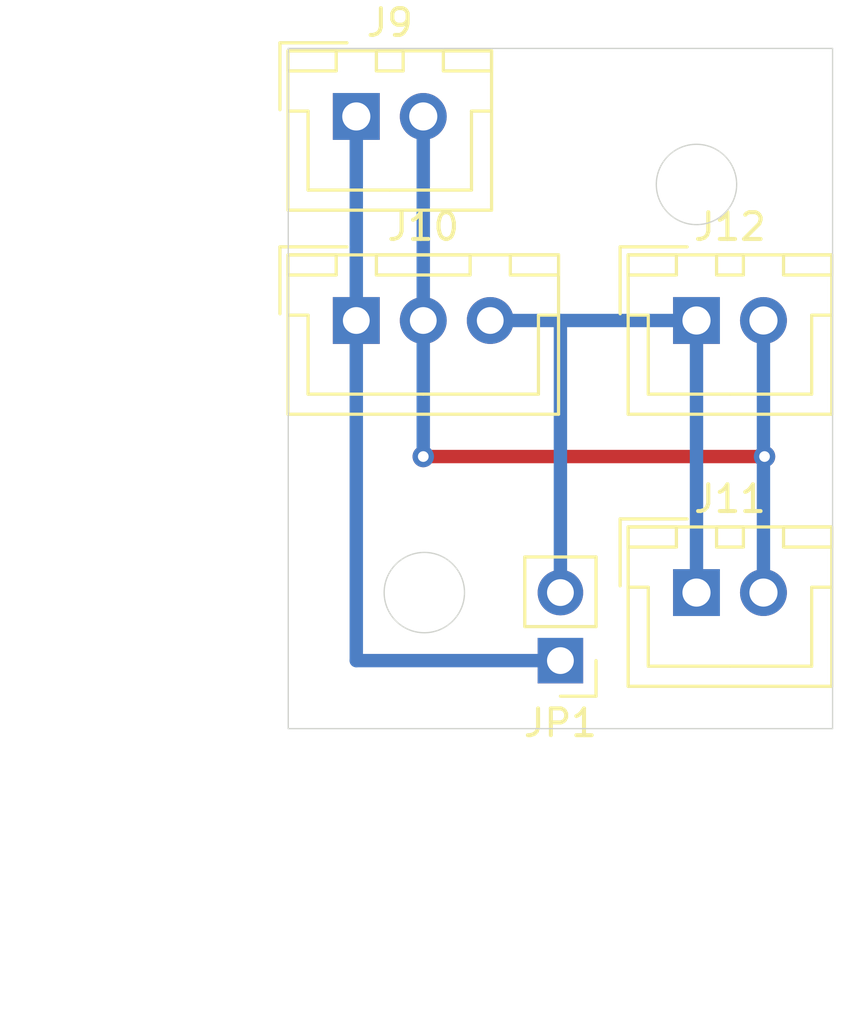
<source format=kicad_pcb>
(kicad_pcb (version 20171130) (host pcbnew "(5.1.6)-1")

  (general
    (thickness 1.6)
    (drawings 29)
    (tracks 12)
    (zones 0)
    (modules 5)
    (nets 4)
  )

  (page A4)
  (layers
    (0 F.Cu signal)
    (31 B.Cu signal)
    (32 B.Adhes user)
    (33 F.Adhes user)
    (34 B.Paste user)
    (35 F.Paste user)
    (36 B.SilkS user)
    (37 F.SilkS user)
    (38 B.Mask user)
    (39 F.Mask user)
    (40 Dwgs.User user)
    (41 Cmts.User user)
    (42 Eco1.User user)
    (43 Eco2.User user)
    (44 Edge.Cuts user)
    (45 Margin user)
    (46 B.CrtYd user)
    (47 F.CrtYd user)
    (48 B.Fab user)
    (49 F.Fab user)
  )

  (setup
    (last_trace_width 0.25)
    (user_trace_width 0.5)
    (trace_clearance 0.2)
    (zone_clearance 0.508)
    (zone_45_only no)
    (trace_min 0.2)
    (via_size 0.8)
    (via_drill 0.4)
    (via_min_size 0.4)
    (via_min_drill 0.3)
    (uvia_size 0.3)
    (uvia_drill 0.1)
    (uvias_allowed no)
    (uvia_min_size 0.2)
    (uvia_min_drill 0.1)
    (edge_width 0.05)
    (segment_width 0.2)
    (pcb_text_width 0.3)
    (pcb_text_size 1.5 1.5)
    (mod_edge_width 0.12)
    (mod_text_size 1 1)
    (mod_text_width 0.15)
    (pad_size 1.524 1.524)
    (pad_drill 0.762)
    (pad_to_mask_clearance 0.05)
    (aux_axis_origin 0 0)
    (visible_elements 7FFFFFFF)
    (pcbplotparams
      (layerselection 0x010fc_ffffffff)
      (usegerberextensions false)
      (usegerberattributes true)
      (usegerberadvancedattributes true)
      (creategerberjobfile true)
      (excludeedgelayer true)
      (linewidth 0.100000)
      (plotframeref false)
      (viasonmask false)
      (mode 1)
      (useauxorigin false)
      (hpglpennumber 1)
      (hpglpenspeed 20)
      (hpglpendiameter 15.000000)
      (psnegative false)
      (psa4output false)
      (plotreference true)
      (plotvalue true)
      (plotinvisibletext false)
      (padsonsilk false)
      (subtractmaskfromsilk false)
      (outputformat 1)
      (mirror false)
      (drillshape 1)
      (scaleselection 1)
      (outputdirectory ""))
  )

  (net 0 "")
  (net 1 GND)
  (net 2 +5V)
  (net 3 "/Power Distribution Board/GND_SWITCHED")

  (net_class Default "This is the default net class."
    (clearance 0.2)
    (trace_width 0.25)
    (via_dia 0.8)
    (via_drill 0.4)
    (uvia_dia 0.3)
    (uvia_drill 0.1)
    (add_net +5V)
    (add_net "/Power Distribution Board/GND_SWITCHED")
    (add_net GND)
  )

  (module Pin_Headers:Pin_Header_Straight_1x02_Pitch2.54mm (layer F.Cu) (tedit 59650532) (tstamp 65BF5414)
    (at 137.16 76.2 180)
    (descr "Through hole straight pin header, 1x02, 2.54mm pitch, single row")
    (tags "Through hole pin header THT 1x02 2.54mm single row")
    (path /65C480CF/65C4DC8A)
    (fp_text reference JP1 (at 0 -2.33) (layer F.SilkS)
      (effects (font (size 1 1) (thickness 0.15)))
    )
    (fp_text value Jumper_2_Open (at 0 4.87) (layer F.Fab)
      (effects (font (size 1 1) (thickness 0.15)))
    )
    (fp_line (start -0.635 -1.27) (end 1.27 -1.27) (layer F.Fab) (width 0.1))
    (fp_line (start 1.27 -1.27) (end 1.27 3.81) (layer F.Fab) (width 0.1))
    (fp_line (start 1.27 3.81) (end -1.27 3.81) (layer F.Fab) (width 0.1))
    (fp_line (start -1.27 3.81) (end -1.27 -0.635) (layer F.Fab) (width 0.1))
    (fp_line (start -1.27 -0.635) (end -0.635 -1.27) (layer F.Fab) (width 0.1))
    (fp_line (start -1.33 3.87) (end 1.33 3.87) (layer F.SilkS) (width 0.12))
    (fp_line (start -1.33 1.27) (end -1.33 3.87) (layer F.SilkS) (width 0.12))
    (fp_line (start 1.33 1.27) (end 1.33 3.87) (layer F.SilkS) (width 0.12))
    (fp_line (start -1.33 1.27) (end 1.33 1.27) (layer F.SilkS) (width 0.12))
    (fp_line (start -1.33 0) (end -1.33 -1.33) (layer F.SilkS) (width 0.12))
    (fp_line (start -1.33 -1.33) (end 0 -1.33) (layer F.SilkS) (width 0.12))
    (fp_line (start -1.8 -1.8) (end -1.8 4.35) (layer F.CrtYd) (width 0.05))
    (fp_line (start -1.8 4.35) (end 1.8 4.35) (layer F.CrtYd) (width 0.05))
    (fp_line (start 1.8 4.35) (end 1.8 -1.8) (layer F.CrtYd) (width 0.05))
    (fp_line (start 1.8 -1.8) (end -1.8 -1.8) (layer F.CrtYd) (width 0.05))
    (fp_text user %R (at 0 1.27 90) (layer F.Fab)
      (effects (font (size 1 1) (thickness 0.15)))
    )
    (pad 1 thru_hole rect (at 0 0 180) (size 1.7 1.7) (drill 1) (layers *.Cu *.Mask)
      (net 1 GND))
    (pad 2 thru_hole oval (at 0 2.54 180) (size 1.7 1.7) (drill 1) (layers *.Cu *.Mask)
      (net 3 "/Power Distribution Board/GND_SWITCHED"))
    (model ${KISYS3DMOD}/Pin_Headers.3dshapes/Pin_Header_Straight_1x02_Pitch2.54mm.wrl
      (at (xyz 0 0 0))
      (scale (xyz 1 1 1))
      (rotate (xyz 0 0 0))
    )
  )

  (module Connectors_JST:JST_XH_B03B-XH-A_03x2.50mm_Straight (layer F.Cu) (tedit 58EAE7F0) (tstamp 65BF340F)
    (at 129.54 63.5)
    (descr "JST XH series connector, B03B-XH-A, top entry type, through hole")
    (tags "connector jst xh tht top vertical 2.50mm")
    (path /65C480CF/65C488D1)
    (fp_text reference J10 (at 2.5 -3.5) (layer F.SilkS)
      (effects (font (size 1 1) (thickness 0.15)))
    )
    (fp_text value "Power Switch" (at 2.5 4.5) (layer F.Fab)
      (effects (font (size 1 1) (thickness 0.15)))
    )
    (fp_line (start -2.85 -2.75) (end -2.85 -0.25) (layer F.Fab) (width 0.1))
    (fp_line (start -0.35 -2.75) (end -2.85 -2.75) (layer F.Fab) (width 0.1))
    (fp_line (start -2.85 -2.75) (end -2.85 -0.25) (layer F.SilkS) (width 0.12))
    (fp_line (start -0.35 -2.75) (end -2.85 -2.75) (layer F.SilkS) (width 0.12))
    (fp_line (start 6.8 2.75) (end 2.5 2.75) (layer F.SilkS) (width 0.12))
    (fp_line (start 6.8 -0.2) (end 6.8 2.75) (layer F.SilkS) (width 0.12))
    (fp_line (start 7.55 -0.2) (end 6.8 -0.2) (layer F.SilkS) (width 0.12))
    (fp_line (start -1.8 2.75) (end 2.5 2.75) (layer F.SilkS) (width 0.12))
    (fp_line (start -1.8 -0.2) (end -1.8 2.75) (layer F.SilkS) (width 0.12))
    (fp_line (start -2.55 -0.2) (end -1.8 -0.2) (layer F.SilkS) (width 0.12))
    (fp_line (start 7.55 -2.45) (end 5.75 -2.45) (layer F.SilkS) (width 0.12))
    (fp_line (start 7.55 -1.7) (end 7.55 -2.45) (layer F.SilkS) (width 0.12))
    (fp_line (start 5.75 -1.7) (end 7.55 -1.7) (layer F.SilkS) (width 0.12))
    (fp_line (start 5.75 -2.45) (end 5.75 -1.7) (layer F.SilkS) (width 0.12))
    (fp_line (start -0.75 -2.45) (end -2.55 -2.45) (layer F.SilkS) (width 0.12))
    (fp_line (start -0.75 -1.7) (end -0.75 -2.45) (layer F.SilkS) (width 0.12))
    (fp_line (start -2.55 -1.7) (end -0.75 -1.7) (layer F.SilkS) (width 0.12))
    (fp_line (start -2.55 -2.45) (end -2.55 -1.7) (layer F.SilkS) (width 0.12))
    (fp_line (start 4.25 -2.45) (end 0.75 -2.45) (layer F.SilkS) (width 0.12))
    (fp_line (start 4.25 -1.7) (end 4.25 -2.45) (layer F.SilkS) (width 0.12))
    (fp_line (start 0.75 -1.7) (end 4.25 -1.7) (layer F.SilkS) (width 0.12))
    (fp_line (start 0.75 -2.45) (end 0.75 -1.7) (layer F.SilkS) (width 0.12))
    (fp_line (start 7.55 -2.45) (end -2.55 -2.45) (layer F.SilkS) (width 0.12))
    (fp_line (start 7.55 3.5) (end 7.55 -2.45) (layer F.SilkS) (width 0.12))
    (fp_line (start -2.55 3.5) (end 7.55 3.5) (layer F.SilkS) (width 0.12))
    (fp_line (start -2.55 -2.45) (end -2.55 3.5) (layer F.SilkS) (width 0.12))
    (fp_line (start 7.95 -2.85) (end -2.95 -2.85) (layer F.CrtYd) (width 0.05))
    (fp_line (start 7.95 3.9) (end 7.95 -2.85) (layer F.CrtYd) (width 0.05))
    (fp_line (start -2.95 3.9) (end 7.95 3.9) (layer F.CrtYd) (width 0.05))
    (fp_line (start -2.95 -2.85) (end -2.95 3.9) (layer F.CrtYd) (width 0.05))
    (fp_line (start 7.45 -2.35) (end -2.45 -2.35) (layer F.Fab) (width 0.1))
    (fp_line (start 7.45 3.4) (end 7.45 -2.35) (layer F.Fab) (width 0.1))
    (fp_line (start -2.45 3.4) (end 7.45 3.4) (layer F.Fab) (width 0.1))
    (fp_line (start -2.45 -2.35) (end -2.45 3.4) (layer F.Fab) (width 0.1))
    (fp_text user %R (at 2.5 2.5) (layer F.Fab)
      (effects (font (size 1 1) (thickness 0.15)))
    )
    (pad 1 thru_hole rect (at 0 0) (size 1.75 1.75) (drill 1) (layers *.Cu *.Mask)
      (net 1 GND))
    (pad 2 thru_hole circle (at 2.5 0) (size 1.75 1.75) (drill 1) (layers *.Cu *.Mask)
      (net 2 +5V))
    (pad 3 thru_hole circle (at 5 0) (size 1.75 1.75) (drill 1) (layers *.Cu *.Mask)
      (net 3 "/Power Distribution Board/GND_SWITCHED"))
    (model Connectors_JST.3dshapes/JST_XH_B03B-XH-A_03x2.50mm_Straight.wrl
      (at (xyz 0 0 0))
      (scale (xyz 1 1 1))
      (rotate (xyz 0 0 0))
    )
  )

  (module Connectors_JST:JST_XH_B02B-XH-A_02x2.50mm_Straight (layer F.Cu) (tedit 58EAE7F0) (tstamp 65BF132F)
    (at 142.24 63.5)
    (descr "JST XH series connector, B02B-XH-A, top entry type, through hole")
    (tags "connector jst xh tht top vertical 2.50mm")
    (path /65C480CF/65C48BD5)
    (fp_text reference J12 (at 1.25 -3.5) (layer F.SilkS)
      (effects (font (size 1 1) (thickness 0.15)))
    )
    (fp_text value "Bias Tee" (at 1.25 4.5) (layer F.Fab)
      (effects (font (size 1 1) (thickness 0.15)))
    )
    (fp_line (start -2.85 -2.75) (end -2.85 -0.25) (layer F.Fab) (width 0.1))
    (fp_line (start -0.35 -2.75) (end -2.85 -2.75) (layer F.Fab) (width 0.1))
    (fp_line (start -2.85 -2.75) (end -2.85 -0.25) (layer F.SilkS) (width 0.12))
    (fp_line (start -0.35 -2.75) (end -2.85 -2.75) (layer F.SilkS) (width 0.12))
    (fp_line (start 4.3 2.75) (end 1.25 2.75) (layer F.SilkS) (width 0.12))
    (fp_line (start 4.3 -0.2) (end 4.3 2.75) (layer F.SilkS) (width 0.12))
    (fp_line (start 5.05 -0.2) (end 4.3 -0.2) (layer F.SilkS) (width 0.12))
    (fp_line (start -1.8 2.75) (end 1.25 2.75) (layer F.SilkS) (width 0.12))
    (fp_line (start -1.8 -0.2) (end -1.8 2.75) (layer F.SilkS) (width 0.12))
    (fp_line (start -2.55 -0.2) (end -1.8 -0.2) (layer F.SilkS) (width 0.12))
    (fp_line (start 5.05 -2.45) (end 3.25 -2.45) (layer F.SilkS) (width 0.12))
    (fp_line (start 5.05 -1.7) (end 5.05 -2.45) (layer F.SilkS) (width 0.12))
    (fp_line (start 3.25 -1.7) (end 5.05 -1.7) (layer F.SilkS) (width 0.12))
    (fp_line (start 3.25 -2.45) (end 3.25 -1.7) (layer F.SilkS) (width 0.12))
    (fp_line (start -0.75 -2.45) (end -2.55 -2.45) (layer F.SilkS) (width 0.12))
    (fp_line (start -0.75 -1.7) (end -0.75 -2.45) (layer F.SilkS) (width 0.12))
    (fp_line (start -2.55 -1.7) (end -0.75 -1.7) (layer F.SilkS) (width 0.12))
    (fp_line (start -2.55 -2.45) (end -2.55 -1.7) (layer F.SilkS) (width 0.12))
    (fp_line (start 1.75 -2.45) (end 0.75 -2.45) (layer F.SilkS) (width 0.12))
    (fp_line (start 1.75 -1.7) (end 1.75 -2.45) (layer F.SilkS) (width 0.12))
    (fp_line (start 0.75 -1.7) (end 1.75 -1.7) (layer F.SilkS) (width 0.12))
    (fp_line (start 0.75 -2.45) (end 0.75 -1.7) (layer F.SilkS) (width 0.12))
    (fp_line (start 5.05 -2.45) (end -2.55 -2.45) (layer F.SilkS) (width 0.12))
    (fp_line (start 5.05 3.5) (end 5.05 -2.45) (layer F.SilkS) (width 0.12))
    (fp_line (start -2.55 3.5) (end 5.05 3.5) (layer F.SilkS) (width 0.12))
    (fp_line (start -2.55 -2.45) (end -2.55 3.5) (layer F.SilkS) (width 0.12))
    (fp_line (start 5.45 -2.85) (end -2.95 -2.85) (layer F.CrtYd) (width 0.05))
    (fp_line (start 5.45 3.9) (end 5.45 -2.85) (layer F.CrtYd) (width 0.05))
    (fp_line (start -2.95 3.9) (end 5.45 3.9) (layer F.CrtYd) (width 0.05))
    (fp_line (start -2.95 -2.85) (end -2.95 3.9) (layer F.CrtYd) (width 0.05))
    (fp_line (start 4.95 -2.35) (end -2.45 -2.35) (layer F.Fab) (width 0.1))
    (fp_line (start 4.95 3.4) (end 4.95 -2.35) (layer F.Fab) (width 0.1))
    (fp_line (start -2.45 3.4) (end 4.95 3.4) (layer F.Fab) (width 0.1))
    (fp_line (start -2.45 -2.35) (end -2.45 3.4) (layer F.Fab) (width 0.1))
    (fp_text user %R (at 1.25 2.5) (layer F.Fab)
      (effects (font (size 1 1) (thickness 0.15)))
    )
    (pad 1 thru_hole rect (at 0 0) (size 1.75 1.75) (drill 1.05) (layers *.Cu *.Mask)
      (net 3 "/Power Distribution Board/GND_SWITCHED"))
    (pad 2 thru_hole circle (at 2.5 0) (size 1.75 1.75) (drill 1.05) (layers *.Cu *.Mask)
      (net 2 +5V))
    (model Connectors_JST.3dshapes/JST_XH_B02B-XH-A_02x2.50mm_Straight.wrl
      (at (xyz 0 0 0))
      (scale (xyz 1 1 1))
      (rotate (xyz 0 0 0))
    )
  )

  (module Connectors_JST:JST_XH_B02B-XH-A_02x2.50mm_Straight (layer F.Cu) (tedit 58EAE7F0) (tstamp 65BF20C9)
    (at 142.24 73.66)
    (descr "JST XH series connector, B02B-XH-A, top entry type, through hole")
    (tags "connector jst xh tht top vertical 2.50mm")
    (path /65C480CF/65C48ADA)
    (fp_text reference J11 (at 1.25 -3.5) (layer F.SilkS)
      (effects (font (size 1 1) (thickness 0.15)))
    )
    (fp_text value GPS (at 1.25 4.5) (layer F.Fab)
      (effects (font (size 1 1) (thickness 0.15)))
    )
    (fp_line (start -2.85 -2.75) (end -2.85 -0.25) (layer F.Fab) (width 0.1))
    (fp_line (start -0.35 -2.75) (end -2.85 -2.75) (layer F.Fab) (width 0.1))
    (fp_line (start -2.85 -2.75) (end -2.85 -0.25) (layer F.SilkS) (width 0.12))
    (fp_line (start -0.35 -2.75) (end -2.85 -2.75) (layer F.SilkS) (width 0.12))
    (fp_line (start 4.3 2.75) (end 1.25 2.75) (layer F.SilkS) (width 0.12))
    (fp_line (start 4.3 -0.2) (end 4.3 2.75) (layer F.SilkS) (width 0.12))
    (fp_line (start 5.05 -0.2) (end 4.3 -0.2) (layer F.SilkS) (width 0.12))
    (fp_line (start -1.8 2.75) (end 1.25 2.75) (layer F.SilkS) (width 0.12))
    (fp_line (start -1.8 -0.2) (end -1.8 2.75) (layer F.SilkS) (width 0.12))
    (fp_line (start -2.55 -0.2) (end -1.8 -0.2) (layer F.SilkS) (width 0.12))
    (fp_line (start 5.05 -2.45) (end 3.25 -2.45) (layer F.SilkS) (width 0.12))
    (fp_line (start 5.05 -1.7) (end 5.05 -2.45) (layer F.SilkS) (width 0.12))
    (fp_line (start 3.25 -1.7) (end 5.05 -1.7) (layer F.SilkS) (width 0.12))
    (fp_line (start 3.25 -2.45) (end 3.25 -1.7) (layer F.SilkS) (width 0.12))
    (fp_line (start -0.75 -2.45) (end -2.55 -2.45) (layer F.SilkS) (width 0.12))
    (fp_line (start -0.75 -1.7) (end -0.75 -2.45) (layer F.SilkS) (width 0.12))
    (fp_line (start -2.55 -1.7) (end -0.75 -1.7) (layer F.SilkS) (width 0.12))
    (fp_line (start -2.55 -2.45) (end -2.55 -1.7) (layer F.SilkS) (width 0.12))
    (fp_line (start 1.75 -2.45) (end 0.75 -2.45) (layer F.SilkS) (width 0.12))
    (fp_line (start 1.75 -1.7) (end 1.75 -2.45) (layer F.SilkS) (width 0.12))
    (fp_line (start 0.75 -1.7) (end 1.75 -1.7) (layer F.SilkS) (width 0.12))
    (fp_line (start 0.75 -2.45) (end 0.75 -1.7) (layer F.SilkS) (width 0.12))
    (fp_line (start 5.05 -2.45) (end -2.55 -2.45) (layer F.SilkS) (width 0.12))
    (fp_line (start 5.05 3.5) (end 5.05 -2.45) (layer F.SilkS) (width 0.12))
    (fp_line (start -2.55 3.5) (end 5.05 3.5) (layer F.SilkS) (width 0.12))
    (fp_line (start -2.55 -2.45) (end -2.55 3.5) (layer F.SilkS) (width 0.12))
    (fp_line (start 5.45 -2.85) (end -2.95 -2.85) (layer F.CrtYd) (width 0.05))
    (fp_line (start 5.45 3.9) (end 5.45 -2.85) (layer F.CrtYd) (width 0.05))
    (fp_line (start -2.95 3.9) (end 5.45 3.9) (layer F.CrtYd) (width 0.05))
    (fp_line (start -2.95 -2.85) (end -2.95 3.9) (layer F.CrtYd) (width 0.05))
    (fp_line (start 4.95 -2.35) (end -2.45 -2.35) (layer F.Fab) (width 0.1))
    (fp_line (start 4.95 3.4) (end 4.95 -2.35) (layer F.Fab) (width 0.1))
    (fp_line (start -2.45 3.4) (end 4.95 3.4) (layer F.Fab) (width 0.1))
    (fp_line (start -2.45 -2.35) (end -2.45 3.4) (layer F.Fab) (width 0.1))
    (fp_text user %R (at 1.25 2.5) (layer F.Fab)
      (effects (font (size 1 1) (thickness 0.15)))
    )
    (pad 1 thru_hole rect (at 0 0) (size 1.75 1.75) (drill 1.05) (layers *.Cu *.Mask)
      (net 3 "/Power Distribution Board/GND_SWITCHED"))
    (pad 2 thru_hole circle (at 2.5 0) (size 1.75 1.75) (drill 1.05) (layers *.Cu *.Mask)
      (net 2 +5V))
    (model Connectors_JST.3dshapes/JST_XH_B02B-XH-A_02x2.50mm_Straight.wrl
      (at (xyz 0 0 0))
      (scale (xyz 1 1 1))
      (rotate (xyz 0 0 0))
    )
  )

  (module Connectors_JST:JST_XH_B02B-XH-A_02x2.50mm_Straight (layer F.Cu) (tedit 58EAE7F0) (tstamp 65BF1329)
    (at 129.54 55.88)
    (descr "JST XH series connector, B02B-XH-A, top entry type, through hole")
    (tags "connector jst xh tht top vertical 2.50mm")
    (path /65C480CF/65C48522)
    (fp_text reference J9 (at 1.25 -3.5) (layer F.SilkS)
      (effects (font (size 1 1) (thickness 0.15)))
    )
    (fp_text value Vin (at 1.25 4.5) (layer F.Fab)
      (effects (font (size 1 1) (thickness 0.15)))
    )
    (fp_line (start -2.85 -2.75) (end -2.85 -0.25) (layer F.Fab) (width 0.1))
    (fp_line (start -0.35 -2.75) (end -2.85 -2.75) (layer F.Fab) (width 0.1))
    (fp_line (start -2.85 -2.75) (end -2.85 -0.25) (layer F.SilkS) (width 0.12))
    (fp_line (start -0.35 -2.75) (end -2.85 -2.75) (layer F.SilkS) (width 0.12))
    (fp_line (start 4.3 2.75) (end 1.25 2.75) (layer F.SilkS) (width 0.12))
    (fp_line (start 4.3 -0.2) (end 4.3 2.75) (layer F.SilkS) (width 0.12))
    (fp_line (start 5.05 -0.2) (end 4.3 -0.2) (layer F.SilkS) (width 0.12))
    (fp_line (start -1.8 2.75) (end 1.25 2.75) (layer F.SilkS) (width 0.12))
    (fp_line (start -1.8 -0.2) (end -1.8 2.75) (layer F.SilkS) (width 0.12))
    (fp_line (start -2.55 -0.2) (end -1.8 -0.2) (layer F.SilkS) (width 0.12))
    (fp_line (start 5.05 -2.45) (end 3.25 -2.45) (layer F.SilkS) (width 0.12))
    (fp_line (start 5.05 -1.7) (end 5.05 -2.45) (layer F.SilkS) (width 0.12))
    (fp_line (start 3.25 -1.7) (end 5.05 -1.7) (layer F.SilkS) (width 0.12))
    (fp_line (start 3.25 -2.45) (end 3.25 -1.7) (layer F.SilkS) (width 0.12))
    (fp_line (start -0.75 -2.45) (end -2.55 -2.45) (layer F.SilkS) (width 0.12))
    (fp_line (start -0.75 -1.7) (end -0.75 -2.45) (layer F.SilkS) (width 0.12))
    (fp_line (start -2.55 -1.7) (end -0.75 -1.7) (layer F.SilkS) (width 0.12))
    (fp_line (start -2.55 -2.45) (end -2.55 -1.7) (layer F.SilkS) (width 0.12))
    (fp_line (start 1.75 -2.45) (end 0.75 -2.45) (layer F.SilkS) (width 0.12))
    (fp_line (start 1.75 -1.7) (end 1.75 -2.45) (layer F.SilkS) (width 0.12))
    (fp_line (start 0.75 -1.7) (end 1.75 -1.7) (layer F.SilkS) (width 0.12))
    (fp_line (start 0.75 -2.45) (end 0.75 -1.7) (layer F.SilkS) (width 0.12))
    (fp_line (start 5.05 -2.45) (end -2.55 -2.45) (layer F.SilkS) (width 0.12))
    (fp_line (start 5.05 3.5) (end 5.05 -2.45) (layer F.SilkS) (width 0.12))
    (fp_line (start -2.55 3.5) (end 5.05 3.5) (layer F.SilkS) (width 0.12))
    (fp_line (start -2.55 -2.45) (end -2.55 3.5) (layer F.SilkS) (width 0.12))
    (fp_line (start 5.45 -2.85) (end -2.95 -2.85) (layer F.CrtYd) (width 0.05))
    (fp_line (start 5.45 3.9) (end 5.45 -2.85) (layer F.CrtYd) (width 0.05))
    (fp_line (start -2.95 3.9) (end 5.45 3.9) (layer F.CrtYd) (width 0.05))
    (fp_line (start -2.95 -2.85) (end -2.95 3.9) (layer F.CrtYd) (width 0.05))
    (fp_line (start 4.95 -2.35) (end -2.45 -2.35) (layer F.Fab) (width 0.1))
    (fp_line (start 4.95 3.4) (end 4.95 -2.35) (layer F.Fab) (width 0.1))
    (fp_line (start -2.45 3.4) (end 4.95 3.4) (layer F.Fab) (width 0.1))
    (fp_line (start -2.45 -2.35) (end -2.45 3.4) (layer F.Fab) (width 0.1))
    (fp_text user %R (at 1.25 2.5) (layer F.Fab)
      (effects (font (size 1 1) (thickness 0.15)))
    )
    (pad 1 thru_hole rect (at 0 0) (size 1.75 1.75) (drill 1.05) (layers *.Cu *.Mask)
      (net 1 GND))
    (pad 2 thru_hole circle (at 2.5 0) (size 1.75 1.75) (drill 1.05) (layers *.Cu *.Mask)
      (net 2 +5V))
    (model Connectors_JST.3dshapes/JST_XH_B02B-XH-A_02x2.50mm_Straight.wrl
      (at (xyz 0 0 0))
      (scale (xyz 1 1 1))
      (rotate (xyz 0 0 0))
    )
  )

  (gr_circle (center 132.08 73.66) (end 133.58 73.66) (layer Edge.Cuts) (width 0.05) (tstamp 65BF3685))
  (gr_circle (center 142.24 58.42) (end 143.74 58.42) (layer Edge.Cuts) (width 0.05))
  (gr_text 7 (at 144.78 88.9) (layer Dwgs.User) (tstamp 65BF287C)
    (effects (font (size 1 1) (thickness 0.15)))
  )
  (gr_text 1 (at 129.54 88.9) (layer Dwgs.User) (tstamp 65BF285C)
    (effects (font (size 1 1) (thickness 0.15)))
  )
  (gr_text "5\n" (at 139.7 88.9) (layer Dwgs.User) (tstamp 65BF285B)
    (effects (font (size 1 1) (thickness 0.15)))
  )
  (gr_line (start 129.54 81.28) (end 129.54 86.36) (layer Dwgs.User) (width 0.15) (tstamp 65BF2859))
  (gr_line (start 137.16 81.28) (end 137.16 86.36) (layer Dwgs.User) (width 0.15) (tstamp 65BF2858))
  (gr_line (start 142.24 81.28) (end 142.24 86.36) (layer Dwgs.User) (width 0.15) (tstamp 65BF2857))
  (gr_line (start 132.08 81.28) (end 132.08 86.36) (layer Dwgs.User) (width 0.15) (tstamp 65BF2856))
  (gr_line (start 144.78 81.28) (end 144.78 86.36) (layer Dwgs.User) (width 0.15) (tstamp 65BF2855))
  (gr_line (start 134.62 81.28) (end 134.62 86.36) (layer Dwgs.User) (width 0.15) (tstamp 65BF2854))
  (gr_line (start 139.7 81.28) (end 139.7 86.36) (layer Dwgs.User) (width 0.15) (tstamp 65BF2853))
  (gr_text "5\n" (at 116.84 66.04) (layer Dwgs.User) (tstamp 65BF2845)
    (effects (font (size 1 1) (thickness 0.15)))
  )
  (gr_text 9 (at 116.84 55.88) (layer Dwgs.User) (tstamp 65BF2844)
    (effects (font (size 1 1) (thickness 0.15)))
  )
  (gr_text 1 (at 116.84 76.2) (layer Dwgs.User) (tstamp 65BF2843)
    (effects (font (size 1 1) (thickness 0.15)))
  )
  (gr_line (start 119.38 55.88) (end 124.46 55.88) (layer Dwgs.User) (width 0.15) (tstamp 65BF2842))
  (gr_line (start 119.38 68.58) (end 124.46 68.58) (layer Dwgs.User) (width 0.15) (tstamp 65BF2841))
  (gr_line (start 119.38 63.5) (end 124.46 63.5) (layer Dwgs.User) (width 0.15) (tstamp 65BF2840))
  (gr_line (start 119.38 66.04) (end 124.46 66.04) (layer Dwgs.User) (width 0.15) (tstamp 65BF283F))
  (gr_line (start 119.38 58.42) (end 124.46 58.42) (layer Dwgs.User) (width 0.15) (tstamp 65BF283E))
  (gr_line (start 119.38 66.04) (end 124.46 66.04) (layer Dwgs.User) (width 0.15) (tstamp 65BF283D))
  (gr_line (start 119.38 71.12) (end 124.46 71.12) (layer Dwgs.User) (width 0.15) (tstamp 65BF283C))
  (gr_line (start 119.38 60.96) (end 124.46 60.96) (layer Dwgs.User) (width 0.15) (tstamp 65BF283B))
  (gr_line (start 119.38 76.2) (end 124.46 76.2) (layer Dwgs.User) (width 0.15) (tstamp 65BF283A))
  (gr_line (start 119.38 73.66) (end 124.46 73.66) (layer Dwgs.User) (width 0.15) (tstamp 65BF2839))
  (gr_line (start 147.32 53.34) (end 127 53.34) (layer Edge.Cuts) (width 0.05) (tstamp 65BF281E))
  (gr_line (start 147.32 78.74) (end 147.32 53.34) (layer Edge.Cuts) (width 0.05))
  (gr_line (start 127 78.74) (end 147.32 78.74) (layer Edge.Cuts) (width 0.05))
  (gr_line (start 127 53.34) (end 127 78.74) (layer Edge.Cuts) (width 0.05))

  (segment (start 129.54 55.88) (end 129.54 76.2) (width 0.5) (layer B.Cu) (net 1))
  (segment (start 129.54 76.2) (end 137.16 76.2) (width 0.5) (layer B.Cu) (net 1))
  (segment (start 132.04 55.88) (end 132.04 68.58) (width 0.5) (layer B.Cu) (net 2))
  (segment (start 132.04 68.58) (end 132.04 68.58) (width 0.5) (layer B.Cu) (net 2) (tstamp 65BF411A))
  (via (at 132.04 68.58) (size 0.8) (drill 0.4) (layers F.Cu B.Cu) (net 2))
  (segment (start 132.04 68.58) (end 144.78 68.58) (width 0.5) (layer F.Cu) (net 2))
  (segment (start 144.78 68.58) (end 144.78 68.58) (width 0.5) (layer F.Cu) (net 2) (tstamp 65BF411C))
  (via (at 144.78 68.58) (size 0.8) (drill 0.4) (layers F.Cu B.Cu) (net 2))
  (segment (start 144.74 73.66) (end 144.74 63.5) (width 0.5) (layer B.Cu) (net 2))
  (segment (start 134.54 63.5) (end 142.24 63.5) (width 0.5) (layer B.Cu) (net 3))
  (segment (start 142.24 73.66) (end 142.24 63.5) (width 0.5) (layer B.Cu) (net 3))
  (segment (start 137.16 73.66) (end 137.16 63.5) (width 0.5) (layer B.Cu) (net 3))

)

</source>
